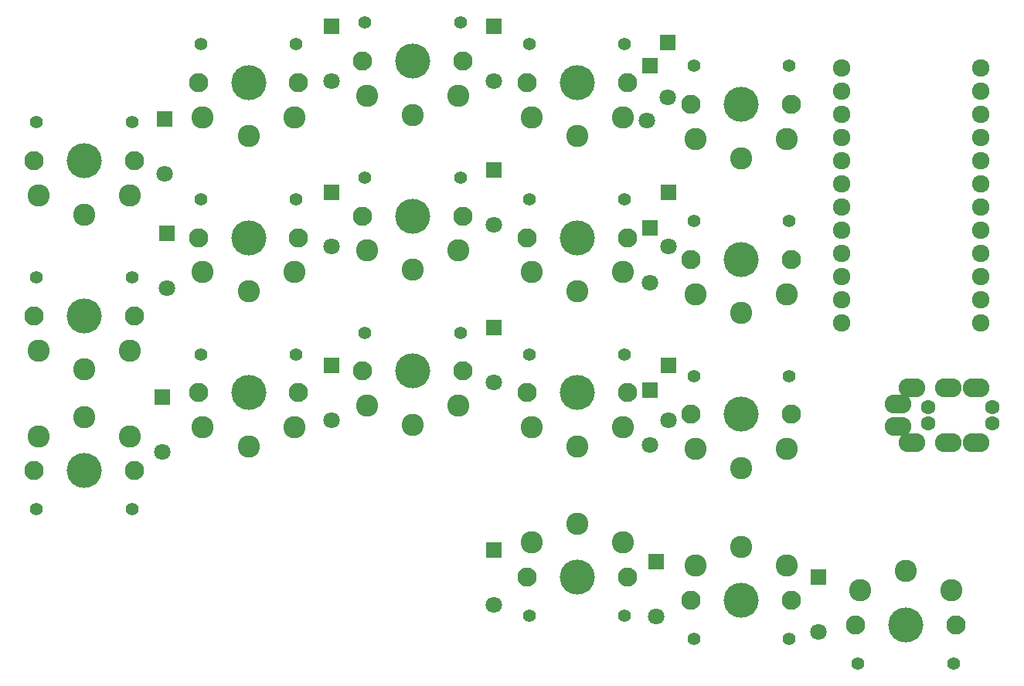
<source format=gbs>
G04 #@! TF.GenerationSoftware,KiCad,Pcbnew,(5.1.5-0-10_14)*
G04 #@! TF.CreationDate,2020-06-02T16:03:12+01:00*
G04 #@! TF.ProjectId,crabby,63726162-6279-42e6-9b69-6361645f7063,2.1*
G04 #@! TF.SameCoordinates,Original*
G04 #@! TF.FileFunction,Soldermask,Bot*
G04 #@! TF.FilePolarity,Negative*
%FSLAX46Y46*%
G04 Gerber Fmt 4.6, Leading zero omitted, Abs format (unit mm)*
G04 Created by KiCad (PCBNEW (5.1.5-0-10_14)) date 2020-06-02 16:03:12*
%MOMM*%
%LPD*%
G04 APERTURE LIST*
%ADD10C,2.101800*%
%ADD11C,1.390600*%
%ADD12C,2.432000*%
%ADD13C,3.829000*%
%ADD14C,1.797000*%
%ADD15R,1.797000X1.797000*%
%ADD16C,1.924000*%
%ADD17O,2.900000X2.100000*%
%ADD18C,1.600000*%
G04 APERTURE END LIST*
D10*
X110500000Y-85320000D03*
X121500000Y-85320000D03*
D11*
X121220000Y-89520000D03*
D12*
X116000000Y-79420000D03*
X111000000Y-81520000D03*
D13*
X116000000Y-85320000D03*
D12*
X121000000Y-81520000D03*
D11*
X110780000Y-89520000D03*
D10*
X110500000Y-64920000D03*
X121500000Y-64920000D03*
D11*
X121220000Y-60720000D03*
D12*
X116000000Y-70820000D03*
X111000000Y-68720000D03*
D13*
X116000000Y-64920000D03*
D12*
X121000000Y-68720000D03*
D11*
X110780000Y-60720000D03*
D14*
X108000000Y-65545000D03*
D15*
X108000000Y-59545000D03*
D10*
X92500000Y-82780000D03*
X103500000Y-82780000D03*
D11*
X103220000Y-86980000D03*
D12*
X98000000Y-76880000D03*
X93000000Y-78980000D03*
D13*
X98000000Y-82780000D03*
D12*
X103000000Y-78980000D03*
D11*
X92780000Y-86980000D03*
X128780000Y-92200000D03*
D12*
X139000000Y-84200000D03*
D13*
X134000000Y-88000000D03*
D12*
X129000000Y-84200000D03*
X134000000Y-82100000D03*
D11*
X139220000Y-92200000D03*
D10*
X139500000Y-88000000D03*
X128500000Y-88000000D03*
D16*
X127011400Y-26922000D03*
X127011400Y-29462000D03*
X127011400Y-32002000D03*
X127011400Y-34542000D03*
X127011400Y-37082000D03*
X127011400Y-39622000D03*
X127011400Y-42162000D03*
X127011400Y-44702000D03*
X127011400Y-47242000D03*
X127011400Y-49782000D03*
X127011400Y-52322000D03*
X127011400Y-54862000D03*
X142231400Y-54862000D03*
X142231400Y-52322000D03*
X142231400Y-49782000D03*
X142231400Y-47242000D03*
X142231400Y-44702000D03*
X142231400Y-42162000D03*
X142231400Y-39622000D03*
X142231400Y-37082000D03*
X142231400Y-34542000D03*
X142231400Y-32002000D03*
X142231400Y-29462000D03*
X142231400Y-26922000D03*
D10*
X92500000Y-62545000D03*
X103500000Y-62545000D03*
D11*
X103220000Y-58345000D03*
D12*
X98000000Y-68445000D03*
X93000000Y-66345000D03*
D13*
X98000000Y-62545000D03*
D12*
X103000000Y-66345000D03*
D11*
X92780000Y-58345000D03*
D10*
X74500000Y-60170000D03*
X85500000Y-60170000D03*
D11*
X85220000Y-55970000D03*
D12*
X80000000Y-66070000D03*
X75000000Y-63970000D03*
D13*
X80000000Y-60170000D03*
D12*
X85000000Y-63970000D03*
D11*
X74780000Y-55970000D03*
D10*
X56500000Y-62545000D03*
X67500000Y-62545000D03*
D11*
X67220000Y-58345000D03*
D12*
X62000000Y-68445000D03*
X57000000Y-66345000D03*
D13*
X62000000Y-62545000D03*
D12*
X67000000Y-66345000D03*
D11*
X56780000Y-58345000D03*
X38780000Y-75305000D03*
D12*
X49000000Y-67305000D03*
D13*
X44000000Y-71105000D03*
D12*
X39000000Y-67305000D03*
X44000000Y-65205000D03*
D11*
X49220000Y-75305000D03*
D10*
X49500000Y-71105000D03*
X38500000Y-71105000D03*
X110500000Y-47920000D03*
X121500000Y-47920000D03*
D11*
X121220000Y-43720000D03*
D12*
X116000000Y-53820000D03*
X111000000Y-51720000D03*
D13*
X116000000Y-47920000D03*
D12*
X121000000Y-51720000D03*
D11*
X110780000Y-43720000D03*
D10*
X92500000Y-45540000D03*
X103500000Y-45540000D03*
D11*
X103220000Y-41340000D03*
D12*
X98000000Y-51440000D03*
X93000000Y-49340000D03*
D13*
X98000000Y-45540000D03*
D12*
X103000000Y-49340000D03*
D11*
X92780000Y-41340000D03*
D10*
X74500000Y-43170000D03*
X85500000Y-43170000D03*
D11*
X85220000Y-38970000D03*
D12*
X80000000Y-49070000D03*
X75000000Y-46970000D03*
D13*
X80000000Y-43170000D03*
D12*
X85000000Y-46970000D03*
D11*
X74780000Y-38970000D03*
D10*
X56500000Y-45540000D03*
X67500000Y-45540000D03*
D11*
X67220000Y-41340000D03*
D12*
X62000000Y-51440000D03*
X57000000Y-49340000D03*
D13*
X62000000Y-45540000D03*
D12*
X67000000Y-49340000D03*
D11*
X56780000Y-41340000D03*
X38780000Y-49900000D03*
D12*
X49000000Y-57900000D03*
D13*
X44000000Y-54100000D03*
D12*
X39000000Y-57900000D03*
X44000000Y-60000000D03*
D11*
X49220000Y-49900000D03*
D10*
X49500000Y-54100000D03*
X38500000Y-54100000D03*
X110500000Y-30920000D03*
X121500000Y-30920000D03*
D11*
X121220000Y-26720000D03*
D12*
X116000000Y-36820000D03*
X111000000Y-34720000D03*
D13*
X116000000Y-30920000D03*
D12*
X121000000Y-34720000D03*
D11*
X110780000Y-26720000D03*
D10*
X92500000Y-28540000D03*
X103500000Y-28540000D03*
D11*
X103220000Y-24340000D03*
D12*
X98000000Y-34440000D03*
X93000000Y-32340000D03*
D13*
X98000000Y-28540000D03*
D12*
X103000000Y-32340000D03*
D11*
X92780000Y-24340000D03*
X74780000Y-21980000D03*
D12*
X85000000Y-29980000D03*
D13*
X80000000Y-26180000D03*
D12*
X75000000Y-29980000D03*
X80000000Y-32080000D03*
D11*
X85220000Y-21980000D03*
D10*
X85500000Y-26180000D03*
X74500000Y-26180000D03*
X56500000Y-28540000D03*
X67500000Y-28540000D03*
D11*
X67220000Y-24340000D03*
D12*
X62000000Y-34440000D03*
X57000000Y-32340000D03*
D13*
X62000000Y-28540000D03*
D12*
X67000000Y-32340000D03*
D11*
X56780000Y-24340000D03*
X38780000Y-32900000D03*
D12*
X49000000Y-40900000D03*
D13*
X44000000Y-37100000D03*
D12*
X39000000Y-40900000D03*
X44000000Y-43000000D03*
D11*
X49220000Y-32900000D03*
D10*
X49500000Y-37100000D03*
X38500000Y-37100000D03*
D17*
X133200000Y-63790000D03*
X134700000Y-67990000D03*
X138700000Y-67990000D03*
X141700000Y-67990000D03*
D18*
X136500000Y-65890000D03*
X143500000Y-65890000D03*
D17*
X138700000Y-62040000D03*
X141700000Y-62040000D03*
X133200000Y-66240000D03*
X134700000Y-62040000D03*
D18*
X143500000Y-64140000D03*
X136500000Y-64140000D03*
D14*
X52840000Y-38560000D03*
D15*
X52840000Y-32560000D03*
X71120000Y-22400000D03*
D14*
X71120000Y-28400000D03*
X88900000Y-28400000D03*
D15*
X88900000Y-22400000D03*
D14*
X105680000Y-32670000D03*
D15*
X106000000Y-26670000D03*
D14*
X107950000Y-30130000D03*
D15*
X107950000Y-24130000D03*
D14*
X53070000Y-51060000D03*
D15*
X53070000Y-45060000D03*
X71120000Y-40545000D03*
D14*
X71120000Y-46545000D03*
X88900000Y-44170000D03*
D15*
X88900000Y-38170000D03*
D14*
X106000000Y-50450000D03*
D15*
X106000000Y-44450000D03*
D14*
X108000000Y-46545000D03*
D15*
X108000000Y-40545000D03*
D14*
X52570000Y-68995000D03*
D15*
X52570000Y-62995000D03*
D14*
X71120000Y-65545000D03*
D15*
X71120000Y-59545000D03*
X88900000Y-55420000D03*
D14*
X88900000Y-61420000D03*
X106000000Y-68230000D03*
D15*
X106000000Y-62230000D03*
D14*
X88900000Y-85780000D03*
D15*
X88900000Y-79780000D03*
D14*
X106680000Y-87050000D03*
D15*
X106680000Y-81050000D03*
D14*
X124460000Y-88780000D03*
D15*
X124460000Y-82780000D03*
M02*

</source>
